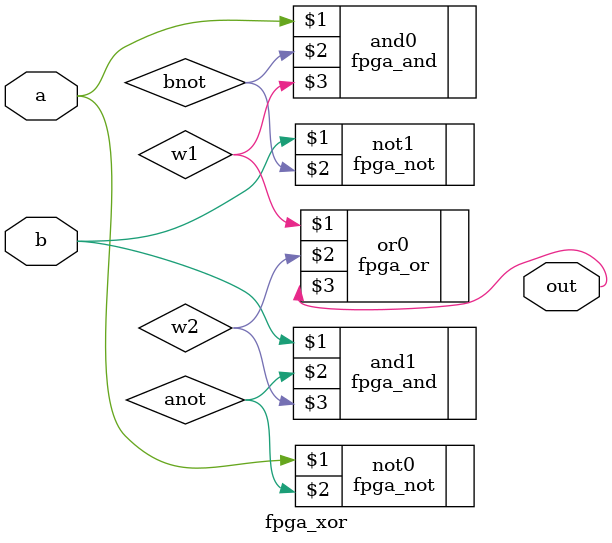
<source format=v>
`include "not.v"
`include "and.v"
`include "or.v"

module fpga_xor(input a, b, output out);

    wire w1, w2, anot, bnot;
    fpga_not not0(a, anot);
    fpga_not not1(b, bnot);

    fpga_and and0(a, bnot, w1);
    fpga_and and1(b, anot, w2);

    fpga_or or0(w1, w2, out);

endmodule
</source>
